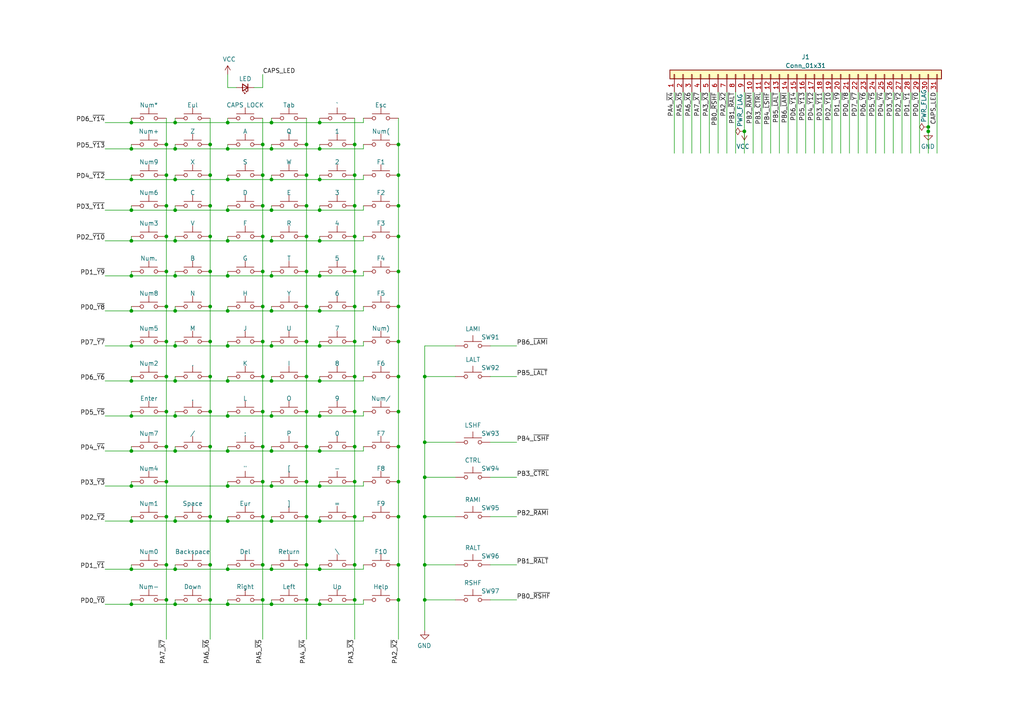
<source format=kicad_sch>
(kicad_sch (version 20231120) (generator "eeschema") (generator_version "8.0")
  (paper "A4")
  (junction (at 66.04 52.07))
  (junction (at 38.1 52.07))
  (junction (at 269.24 38.1))
  (junction (at 92.71 165.1))
  (junction (at 50.8 60.96))
  (junction (at 92.71 52.07))
  (junction (at 92.71 35.56))
  (junction (at 60.96 41.91))
  (junction (at 92.71 43.18))
  (junction (at 48.26 119.38))
  (junction (at 38.1 151.13))
  (junction (at 92.71 130.81))
  (junction (at 66.04 140.97))
  (junction (at 92.71 110.49))
  (junction (at 123.19 163.83))
  (junction (at 92.71 90.17))
  (junction (at 76.2 99.06))
  (junction (at 66.04 100.33))
  (junction (at 88.9 173.99))
  (junction (at 48.26 99.06))
  (junction (at 76.2 59.69))
  (junction (at 115.57 88.9))
  (junction (at 92.71 140.97))
  (junction (at 60.96 59.69))
  (junction (at 92.71 151.13))
  (junction (at 60.96 119.38))
  (junction (at 88.9 41.91))
  (junction (at 78.74 165.1))
  (junction (at 50.8 110.49))
  (junction (at 269.24 36.83))
  (junction (at 66.04 165.1))
  (junction (at 102.87 88.9))
  (junction (at 66.04 110.49))
  (junction (at 88.9 68.58))
  (junction (at 60.96 163.83))
  (junction (at 66.04 80.01))
  (junction (at 60.96 129.54))
  (junction (at 78.74 110.49))
  (junction (at 66.04 35.56))
  (junction (at 88.9 119.38))
  (junction (at 215.9 38.1))
  (junction (at 92.71 80.01))
  (junction (at 123.19 128.27))
  (junction (at 102.87 78.74))
  (junction (at 78.74 175.26))
  (junction (at 60.96 50.8))
  (junction (at 102.87 139.7))
  (junction (at 48.26 173.99))
  (junction (at 50.8 35.56))
  (junction (at 92.71 175.26))
  (junction (at 50.8 52.07))
  (junction (at 66.04 69.85))
  (junction (at 92.71 120.65))
  (junction (at 115.57 149.86))
  (junction (at 88.9 109.22))
  (junction (at 50.8 120.65))
  (junction (at 66.04 151.13))
  (junction (at 115.57 109.22))
  (junction (at 78.74 90.17))
  (junction (at 48.26 163.83))
  (junction (at 76.2 119.38))
  (junction (at 102.87 173.99))
  (junction (at 76.2 129.54))
  (junction (at 88.9 78.74))
  (junction (at 38.1 120.65))
  (junction (at 60.96 99.06))
  (junction (at 78.74 130.81))
  (junction (at 38.1 90.17))
  (junction (at 115.57 41.91))
  (junction (at 78.74 43.18))
  (junction (at 102.87 109.22))
  (junction (at 92.71 60.96))
  (junction (at 92.71 100.33))
  (junction (at 88.9 163.83))
  (junction (at 78.74 52.07))
  (junction (at 88.9 129.54))
  (junction (at 66.04 175.26))
  (junction (at 48.26 139.7))
  (junction (at 50.8 90.17))
  (junction (at 123.19 138.43))
  (junction (at 123.19 173.99))
  (junction (at 88.9 99.06))
  (junction (at 78.74 60.96))
  (junction (at 38.1 175.26))
  (junction (at 50.8 100.33))
  (junction (at 102.87 129.54))
  (junction (at 102.87 41.91))
  (junction (at 102.87 119.38))
  (junction (at 78.74 69.85))
  (junction (at 66.04 120.65))
  (junction (at 38.1 140.97))
  (junction (at 76.2 163.83))
  (junction (at 60.96 173.99))
  (junction (at 48.26 50.8))
  (junction (at 76.2 50.8))
  (junction (at 38.1 100.33))
  (junction (at 76.2 149.86))
  (junction (at 48.26 149.86))
  (junction (at 48.26 109.22))
  (junction (at 38.1 80.01))
  (junction (at 76.2 139.7))
  (junction (at 78.74 120.65))
  (junction (at 50.8 69.85))
  (junction (at 115.57 50.8))
  (junction (at 60.96 68.58))
  (junction (at 66.04 43.18))
  (junction (at 48.26 59.69))
  (junction (at 50.8 151.13))
  (junction (at 92.71 69.85))
  (junction (at 38.1 35.56))
  (junction (at 102.87 50.8))
  (junction (at 48.26 41.91))
  (junction (at 78.74 35.56))
  (junction (at 66.04 130.81))
  (junction (at 60.96 78.74))
  (junction (at 50.8 80.01))
  (junction (at 78.74 140.97))
  (junction (at 76.2 109.22))
  (junction (at 115.57 173.99))
  (junction (at 48.26 88.9))
  (junction (at 88.9 139.7))
  (junction (at 48.26 78.74))
  (junction (at 115.57 78.74))
  (junction (at 66.04 60.96))
  (junction (at 115.57 139.7))
  (junction (at 78.74 151.13))
  (junction (at 102.87 59.69))
  (junction (at 38.1 165.1))
  (junction (at 115.57 68.58))
  (junction (at 88.9 149.86))
  (junction (at 50.8 130.81))
  (junction (at 115.57 59.69))
  (junction (at 102.87 149.86))
  (junction (at 60.96 149.86))
  (junction (at 76.2 41.91))
  (junction (at 102.87 68.58))
  (junction (at 50.8 175.26))
  (junction (at 66.04 90.17))
  (junction (at 38.1 60.96))
  (junction (at 78.74 100.33))
  (junction (at 38.1 69.85))
  (junction (at 102.87 99.06))
  (junction (at 115.57 163.83))
  (junction (at 50.8 165.1))
  (junction (at 88.9 50.8))
  (junction (at 88.9 59.69))
  (junction (at 102.87 163.83))
  (junction (at 76.2 173.99))
  (junction (at 115.57 129.54))
  (junction (at 38.1 43.18))
  (junction (at 115.57 99.06))
  (junction (at 78.74 80.01))
  (junction (at 48.26 129.54))
  (junction (at 115.57 119.38))
  (junction (at 76.2 78.74))
  (junction (at 38.1 130.81))
  (junction (at 76.2 88.9))
  (junction (at 123.19 149.86))
  (junction (at 123.19 109.22))
  (junction (at 50.8 43.18))
  (junction (at 60.96 109.22))
  (junction (at 48.26 68.58))
  (junction (at 60.96 88.9))
  (junction (at 76.2 68.58))
  (junction (at 38.1 110.49))
  (junction (at 88.9 88.9))
  (wire (pts (xy 208.28 26.67) (xy 208.28 44.45)))
  (wire (pts (xy 66.04 173.99) (xy 66.04 175.26)))
  (wire (pts (xy 38.1 90.17) (xy 38.1 88.9)))
  (wire (pts (xy 92.71 50.8) (xy 92.71 52.07)))
  (wire (pts (xy 50.8 68.58) (xy 50.8 69.85)))
  (wire (pts (xy 66.04 100.33) (xy 78.74 100.33)))
  (wire (pts (xy 66.04 130.81) (xy 78.74 130.81)))
  (wire (pts (xy 88.9 99.06) (xy 88.9 109.22)))
  (wire (pts (xy 149.86 149.86) (xy 142.24 149.86)))
  (wire (pts (xy 102.87 119.38) (xy 102.87 129.54)))
  (wire (pts (xy 66.04 52.07) (xy 78.74 52.07)))
  (wire (pts (xy 38.1 43.18) (xy 50.8 43.18)))
  (wire (pts (xy 30.48 100.33) (xy 38.1 100.33)))
  (wire (pts (xy 105.41 52.07) (xy 105.41 50.8)))
  (wire (pts (xy 105.41 90.17) (xy 105.41 88.9)))
  (wire (pts (xy 92.71 119.38) (xy 92.71 120.65)))
  (wire (pts (xy 132.08 149.86) (xy 123.19 149.86)))
  (wire (pts (xy 50.8 99.06) (xy 50.8 100.33)))
  (wire (pts (xy 38.1 110.49) (xy 50.8 110.49)))
  (wire (pts (xy 30.48 120.65) (xy 38.1 120.65)))
  (wire (pts (xy 243.84 26.67) (xy 243.84 44.45)))
  (wire (pts (xy 60.96 109.22) (xy 60.96 119.38)))
  (wire (pts (xy 66.04 109.22) (xy 66.04 110.49)))
  (wire (pts (xy 38.1 43.18) (xy 38.1 41.91)))
  (wire (pts (xy 132.08 173.99) (xy 123.19 173.99)))
  (wire (pts (xy 115.57 109.22) (xy 115.57 119.38)))
  (wire (pts (xy 76.2 129.54) (xy 76.2 139.7)))
  (wire (pts (xy 66.04 68.58) (xy 66.04 69.85)))
  (wire (pts (xy 92.71 90.17) (xy 105.41 90.17)))
  (wire (pts (xy 78.74 140.97) (xy 92.71 140.97)))
  (wire (pts (xy 215.9 26.67) (xy 215.9 38.1)))
  (wire (pts (xy 92.71 35.56) (xy 105.41 35.56)))
  (wire (pts (xy 142.24 100.33) (xy 149.86 100.33)))
  (wire (pts (xy 115.57 78.74) (xy 115.57 88.9)))
  (wire (pts (xy 92.71 139.7) (xy 92.71 140.97)))
  (wire (pts (xy 48.26 59.69) (xy 48.26 68.58)))
  (wire (pts (xy 48.26 88.9) (xy 48.26 99.06)))
  (wire (pts (xy 256.54 26.67) (xy 256.54 44.45)))
  (wire (pts (xy 66.04 80.01) (xy 78.74 80.01)))
  (wire (pts (xy 30.48 69.85) (xy 38.1 69.85)))
  (wire (pts (xy 149.86 163.83) (xy 142.24 163.83)))
  (wire (pts (xy 38.1 69.85) (xy 38.1 68.58)))
  (wire (pts (xy 66.04 129.54) (xy 66.04 130.81)))
  (wire (pts (xy 102.87 50.8) (xy 102.87 59.69)))
  (wire (pts (xy 92.71 99.06) (xy 92.71 100.33)))
  (wire (pts (xy 78.74 163.83) (xy 78.74 165.1)))
  (wire (pts (xy 123.19 109.22) (xy 123.19 128.27)))
  (wire (pts (xy 132.08 109.22) (xy 123.19 109.22)))
  (wire (pts (xy 50.8 35.56) (xy 66.04 35.56)))
  (wire (pts (xy 92.71 69.85) (xy 105.41 69.85)))
  (wire (pts (xy 102.87 149.86) (xy 102.87 163.83)))
  (wire (pts (xy 88.9 149.86) (xy 88.9 163.83)))
  (wire (pts (xy 271.78 26.67) (xy 271.78 44.45)))
  (wire (pts (xy 48.26 129.54) (xy 48.26 139.7)))
  (wire (pts (xy 66.04 41.91) (xy 66.04 43.18)))
  (wire (pts (xy 92.71 78.74) (xy 92.71 80.01)))
  (wire (pts (xy 38.1 35.56) (xy 50.8 35.56)))
  (wire (pts (xy 50.8 52.07) (xy 66.04 52.07)))
  (wire (pts (xy 78.74 50.8) (xy 78.74 52.07)))
  (wire (pts (xy 30.48 80.01) (xy 38.1 80.01)))
  (wire (pts (xy 66.04 34.29) (xy 66.04 35.56)))
  (wire (pts (xy 92.71 173.99) (xy 92.71 175.26)))
  (wire (pts (xy 123.19 128.27) (xy 123.19 138.43)))
  (wire (pts (xy 78.74 80.01) (xy 92.71 80.01)))
  (wire (pts (xy 30.48 60.96) (xy 38.1 60.96)))
  (wire (pts (xy 92.71 100.33) (xy 105.41 100.33)))
  (wire (pts (xy 30.48 151.13) (xy 38.1 151.13)))
  (wire (pts (xy 48.26 68.58) (xy 48.26 78.74)))
  (wire (pts (xy 78.74 119.38) (xy 78.74 120.65)))
  (wire (pts (xy 78.74 60.96) (xy 92.71 60.96)))
  (wire (pts (xy 66.04 165.1) (xy 78.74 165.1)))
  (wire (pts (xy 78.74 151.13) (xy 92.71 151.13)))
  (wire (pts (xy 76.2 119.38) (xy 76.2 129.54)))
  (wire (pts (xy 60.96 50.8) (xy 60.96 59.69)))
  (wire (pts (xy 78.74 100.33) (xy 92.71 100.33)))
  (wire (pts (xy 115.57 34.29) (xy 115.57 41.91)))
  (wire (pts (xy 50.8 60.96) (xy 66.04 60.96)))
  (wire (pts (xy 149.86 138.43) (xy 142.24 138.43)))
  (wire (pts (xy 149.86 109.22) (xy 142.24 109.22)))
  (wire (pts (xy 88.9 149.86) (xy 88.9 139.7)))
  (wire (pts (xy 132.08 100.33) (xy 123.19 100.33)))
  (wire (pts (xy 66.04 163.83) (xy 66.04 165.1)))
  (wire (pts (xy 195.58 26.67) (xy 195.58 44.45)))
  (wire (pts (xy 123.19 173.99) (xy 123.19 182.88)))
  (wire (pts (xy 66.04 69.85) (xy 78.74 69.85)))
  (wire (pts (xy 105.41 80.01) (xy 105.41 78.74)))
  (wire (pts (xy 78.74 165.1) (xy 92.71 165.1)))
  (wire (pts (xy 30.48 175.26) (xy 38.1 175.26)))
  (wire (pts (xy 50.8 151.13) (xy 66.04 151.13)))
  (wire (pts (xy 66.04 99.06) (xy 66.04 100.33)))
  (wire (pts (xy 102.87 139.7) (xy 102.87 149.86)))
  (wire (pts (xy 38.1 130.81) (xy 38.1 129.54)))
  (wire (pts (xy 50.8 149.86) (xy 50.8 151.13)))
  (wire (pts (xy 115.57 68.58) (xy 115.57 78.74)))
  (wire (pts (xy 115.57 139.7) (xy 115.57 149.86)))
  (wire (pts (xy 38.1 140.97) (xy 66.04 140.97)))
  (wire (pts (xy 78.74 130.81) (xy 92.71 130.81)))
  (wire (pts (xy 66.04 139.7) (xy 66.04 140.97)))
  (wire (pts (xy 48.26 149.86) (xy 48.26 163.83)))
  (wire (pts (xy 50.8 109.22) (xy 50.8 110.49)))
  (wire (pts (xy 115.57 59.69) (xy 115.57 68.58)))
  (wire (pts (xy 115.57 41.91) (xy 115.57 50.8)))
  (wire (pts (xy 88.9 88.9) (xy 88.9 99.06)))
  (wire (pts (xy 123.19 163.83) (xy 123.19 173.99)))
  (wire (pts (xy 78.74 149.86) (xy 78.74 151.13)))
  (wire (pts (xy 233.68 26.67) (xy 233.68 44.45)))
  (wire (pts (xy 50.8 129.54) (xy 50.8 130.81)))
  (wire (pts (xy 238.76 26.67) (xy 238.76 44.45)))
  (wire (pts (xy 60.96 41.91) (xy 60.96 50.8)))
  (wire (pts (xy 60.96 163.83) (xy 60.96 173.99)))
  (wire (pts (xy 78.74 129.54) (xy 78.74 130.81)))
  (wire (pts (xy 30.48 35.56) (xy 38.1 35.56)))
  (wire (pts (xy 78.74 41.91) (xy 78.74 43.18)))
  (wire (pts (xy 38.1 100.33) (xy 38.1 99.06)))
  (wire (pts (xy 105.41 43.18) (xy 105.41 41.91)))
  (wire (pts (xy 78.74 110.49) (xy 92.71 110.49)))
  (wire (pts (xy 30.48 90.17) (xy 38.1 90.17)))
  (wire (pts (xy 78.74 90.17) (xy 92.71 90.17)))
  (wire (pts (xy 246.38 26.67) (xy 246.38 44.45)))
  (wire (pts (xy 38.1 80.01) (xy 38.1 78.74)))
  (wire (pts (xy 269.24 26.67) (xy 269.24 36.83)))
  (wire (pts (xy 60.96 173.99) (xy 60.96 185.42)))
  (wire (pts (xy 251.46 26.67) (xy 251.46 44.45)))
  (wire (pts (xy 76.2 25.4) (xy 73.66 25.4)))
  (wire (pts (xy 228.6 26.67) (xy 228.6 44.45)))
  (wire (pts (xy 92.71 175.26) (xy 105.41 175.26)))
  (wire (pts (xy 92.71 43.18) (xy 92.71 41.91)))
  (wire (pts (xy 30.48 43.18) (xy 38.1 43.18)))
  (wire (pts (xy 78.74 175.26) (xy 92.71 175.26)))
  (wire (pts (xy 92.71 165.1) (xy 105.41 165.1)))
  (wire (pts (xy 76.2 99.06) (xy 76.2 109.22)))
  (wire (pts (xy 50.8 43.18) (xy 66.04 43.18)))
  (wire (pts (xy 38.1 60.96) (xy 38.1 59.69)))
  (wire (pts (xy 50.8 35.56) (xy 50.8 34.29)))
  (wire (pts (xy 50.8 165.1) (xy 66.04 165.1)))
  (wire (pts (xy 78.74 59.69) (xy 78.74 60.96)))
  (wire (pts (xy 88.9 78.74) (xy 88.9 88.9)))
  (wire (pts (xy 48.26 173.99) (xy 48.26 185.42)))
  (wire (pts (xy 105.41 60.96) (xy 105.41 59.69)))
  (wire (pts (xy 88.9 173.99) (xy 88.9 163.83)))
  (wire (pts (xy 60.96 119.38) (xy 60.96 129.54)))
  (wire (pts (xy 132.08 163.83) (xy 123.19 163.83)))
  (wire (pts (xy 102.87 68.58) (xy 102.87 78.74)))
  (wire (pts (xy 66.04 43.18) (xy 78.74 43.18)))
  (wire (pts (xy 66.04 151.13) (xy 78.74 151.13)))
  (wire (pts (xy 254 26.67) (xy 254 44.45)))
  (wire (pts (xy 88.9 34.29) (xy 88.9 41.91)))
  (wire (pts (xy 38.1 120.65) (xy 38.1 119.38)))
  (wire (pts (xy 38.1 52.07) (xy 38.1 50.8)))
  (wire (pts (xy 92.71 34.29) (xy 92.71 35.56)))
  (wire (pts (xy 76.2 88.9) (xy 76.2 99.06)))
  (wire (pts (xy 88.9 139.7) (xy 88.9 129.54)))
  (wire (pts (xy 50.8 69.85) (xy 66.04 69.85)))
  (wire (pts (xy 102.87 99.06) (xy 102.87 109.22)))
  (wire (pts (xy 38.1 165.1) (xy 38.1 163.83)))
  (wire (pts (xy 50.8 90.17) (xy 66.04 90.17)))
  (wire (pts (xy 38.1 69.85) (xy 50.8 69.85)))
  (wire (pts (xy 30.48 140.97) (xy 38.1 140.97)))
  (wire (pts (xy 50.8 163.83) (xy 50.8 165.1)))
  (wire (pts (xy 92.71 151.13) (xy 105.41 151.13)))
  (wire (pts (xy 38.1 175.26) (xy 38.1 173.99)))
  (wire (pts (xy 142.24 128.27) (xy 149.86 128.27)))
  (wire (pts (xy 78.74 109.22) (xy 78.74 110.49)))
  (wire (pts (xy 105.41 130.81) (xy 105.41 129.54)))
  (wire (pts (xy 78.74 35.56) (xy 92.71 35.56)))
  (wire (pts (xy 269.24 36.83) (xy 269.24 38.1)))
  (wire (pts (xy 78.74 88.9) (xy 78.74 90.17)))
  (wire (pts (xy 132.08 128.27) (xy 123.19 128.27)))
  (wire (pts (xy 215.9 38.1) (xy 215.9 44.45)))
  (wire (pts (xy 102.87 59.69) (xy 102.87 68.58)))
  (wire (pts (xy 105.41 120.65) (xy 105.41 119.38)))
  (wire (pts (xy 261.62 26.67) (xy 261.62 44.45)))
  (wire (pts (xy 66.04 50.8) (xy 66.04 52.07)))
  (wire (pts (xy 92.71 88.9) (xy 92.71 90.17)))
  (wire (pts (xy 78.74 68.58) (xy 78.74 69.85)))
  (wire (pts (xy 92.71 129.54) (xy 92.71 130.81)))
  (wire (pts (xy 76.2 78.74) (xy 76.2 88.9)))
  (wire (pts (xy 76.2 173.99) (xy 76.2 185.42)))
  (wire (pts (xy 88.9 41.91) (xy 88.9 50.8)))
  (wire (pts (xy 115.57 88.9) (xy 115.57 99.06)))
  (wire (pts (xy 76.2 21.59) (xy 76.2 25.4)))
  (wire (pts (xy 38.1 165.1) (xy 50.8 165.1)))
  (wire (pts (xy 142.24 173.99) (xy 149.86 173.99)))
  (wire (pts (xy 78.74 52.07) (xy 92.71 52.07)))
  (wire (pts (xy 66.04 21.59) (xy 66.04 25.4)))
  (wire (pts (xy 76.2 149.86) (xy 76.2 163.83)))
  (wire (pts (xy 38.1 100.33) (xy 50.8 100.33)))
  (wire (pts (xy 38.1 35.56) (xy 38.1 34.29)))
  (wire (pts (xy 66.04 88.9) (xy 66.04 90.17)))
  (wire (pts (xy 76.2 59.69) (xy 76.2 68.58)))
  (wire (pts (xy 48.26 163.83) (xy 48.26 173.99)))
  (wire (pts (xy 105.41 151.13) (xy 105.41 149.86)))
  (wire (pts (xy 76.2 139.7) (xy 76.2 149.86)))
  (wire (pts (xy 38.1 52.07) (xy 50.8 52.07)))
  (wire (pts (xy 198.12 26.67) (xy 198.12 44.45)))
  (wire (pts (xy 66.04 35.56) (xy 78.74 35.56)))
  (wire (pts (xy 105.41 110.49) (xy 105.41 109.22)))
  (wire (pts (xy 48.26 139.7) (xy 48.26 149.86)))
  (wire (pts (xy 105.41 165.1) (xy 105.41 163.83)))
  (wire (pts (xy 66.04 60.96) (xy 78.74 60.96)))
  (wire (pts (xy 92.71 130.81) (xy 105.41 130.81)))
  (wire (pts (xy 38.1 110.49) (xy 38.1 109.22)))
  (wire (pts (xy 92.71 140.97) (xy 105.41 140.97)))
  (wire (pts (xy 66.04 175.26) (xy 78.74 175.26)))
  (wire (pts (xy 66.04 25.4) (xy 68.58 25.4)))
  (wire (pts (xy 102.87 109.22) (xy 102.87 119.38)))
  (wire (pts (xy 30.48 165.1) (xy 38.1 165.1)))
  (wire (pts (xy 92.71 60.96) (xy 105.41 60.96)))
  (wire (pts (xy 66.04 140.97) (xy 78.74 140.97)))
  (wire (pts (xy 92.71 110.49) (xy 105.41 110.49)))
  (wire (pts (xy 60.96 78.74) (xy 60.96 88.9)))
  (wire (pts (xy 102.87 34.29) (xy 102.87 41.91)))
  (wire (pts (xy 92.71 163.83) (xy 92.71 165.1)))
  (wire (pts (xy 213.36 26.67) (xy 213.36 44.45)))
  (wire (pts (xy 78.74 173.99) (xy 78.74 175.26)))
  (wire (pts (xy 205.74 26.67) (xy 205.74 44.45)))
  (wire (pts (xy 123.19 149.86) (xy 123.19 163.83)))
  (wire (pts (xy 88.9 129.54) (xy 88.9 119.38)))
  (wire (pts (xy 30.48 130.81) (xy 38.1 130.81)))
  (wire (pts (xy 102.87 163.83) (xy 102.87 173.99)))
  (wire (pts (xy 115.57 173.99) (xy 115.57 185.42)))
  (wire (pts (xy 30.48 110.49) (xy 38.1 110.49)))
  (wire (pts (xy 269.24 38.1) (xy 269.24 44.45)))
  (wire (pts (xy 220.98 26.67) (xy 220.98 44.45)))
  (wire (pts (xy 105.41 140.97) (xy 105.41 139.7)))
  (wire (pts (xy 50.8 130.81) (xy 66.04 130.81)))
  (wire (pts (xy 50.8 119.38) (xy 50.8 120.65)))
  (wire (pts (xy 123.19 100.33) (xy 123.19 109.22)))
  (wire (pts (xy 264.16 26.67) (xy 264.16 44.45)))
  (wire (pts (xy 115.57 99.06) (xy 115.57 109.22)))
  (wire (pts (xy 66.04 119.38) (xy 66.04 120.65)))
  (wire (pts (xy 78.74 139.7) (xy 78.74 140.97)))
  (wire (pts (xy 48.26 109.22) (xy 48.26 119.38)))
  (wire (pts (xy 50.8 110.49) (xy 66.04 110.49)))
  (wire (pts (xy 76.2 50.8) (xy 76.2 59.69)))
  (wire (pts (xy 102.87 173.99) (xy 102.87 185.42)))
  (wire (pts (xy 78.74 43.18) (xy 92.71 43.18)))
  (wire (pts (xy 203.2 44.45) (xy 203.2 26.67)))
  (wire (pts (xy 223.52 26.67) (xy 223.52 44.45)))
  (wire (pts (xy 88.9 68.58) (xy 88.9 78.74)))
  (wire (pts (xy 92.71 149.86) (xy 92.71 151.13)))
  (wire (pts (xy 105.41 35.56) (xy 105.41 34.29)))
  (wire (pts (xy 48.26 119.38) (xy 48.26 129.54)))
  (wire (pts (xy 78.74 69.85) (xy 92.71 69.85)))
  (wire (pts (xy 60.96 129.54) (xy 60.96 149.86)))
  (wire (pts (xy 48.26 41.91) (xy 48.26 50.8)))
  (wire (pts (xy 50.8 50.8) (xy 50.8 52.07)))
  (wire (pts (xy 200.66 26.67) (xy 200.66 44.45)))
  (wire (pts (xy 60.96 34.29) (xy 60.96 41.91)))
  (wire (pts (xy 105.41 100.33) (xy 105.41 99.06)))
  (wire (pts (xy 50.8 78.74) (xy 50.8 80.01)))
  (wire (pts (xy 50.8 173.99) (xy 50.8 175.26)))
  (wire (pts (xy 66.04 110.49) (xy 78.74 110.49)))
  (wire (pts (xy 78.74 78.74) (xy 78.74 80.01)))
  (wire (pts (xy 105.41 69.85) (xy 105.41 68.58)))
  (wire (pts (xy 248.92 26.67) (xy 248.92 44.45)))
  (wire (pts (xy 88.9 109.22) (xy 88.9 119.38)))
  (wire (pts (xy 50.8 43.18) (xy 50.8 41.91)))
  (wire (pts (xy 66.04 120.65) (xy 78.74 120.65)))
  (wire (pts (xy 241.3 26.67) (xy 241.3 44.45)))
  (wire (pts (xy 66.04 78.74) (xy 66.04 80.01)))
  (wire (pts (xy 92.71 68.58) (xy 92.71 69.85)))
  (wire (pts (xy 50.8 88.9) (xy 50.8 90.17)))
  (wire (pts (xy 115.57 163.83) (xy 115.57 173.99)))
  (wire (pts (xy 38.1 175.26) (xy 50.8 175.26)))
  (wire (pts (xy 88.9 59.69) (xy 88.9 68.58)))
  (wire (pts (xy 92.71 109.22) (xy 92.71 110.49)))
  (wire (pts (xy 48.26 99.06) (xy 48.26 109.22)))
  (wire (pts (xy 115.57 149.86) (xy 115.57 163.83)))
  (wire (pts (xy 38.1 60.96) (xy 50.8 60.96)))
  (wire (pts (xy 60.96 68.58) (xy 60.96 78.74)))
  (wire (pts (xy 102.87 41.91) (xy 102.87 50.8)))
  (wire (pts (xy 92.71 43.18) (xy 105.41 43.18)))
  (wire (pts (xy 92.71 52.07) (xy 105.41 52.07)))
  (wire (pts (xy 115.57 119.38) (xy 115.57 129.54)))
  (wire (pts (xy 92.71 59.69) (xy 92.71 60.96)))
  (wire (pts (xy 66.04 149.86) (xy 66.04 151.13)))
  (wire (pts (xy 102.87 129.54) (xy 102.87 139.7)))
  (wire (pts (xy 76.2 34.29) (xy 76.2 41.91)))
  (wire (pts (xy 50.8 59.69) (xy 50.8 60.96)))
  (wire (pts (xy 132.08 138.43) (xy 123.19 138.43)))
  (wire (pts (xy 218.44 26.67) (xy 218.44 44.45)))
  (wire (pts (xy 50.8 175.26) (xy 66.04 175.26)))
  (wire (pts (xy 236.22 26.67) (xy 236.22 44.45)))
  (wire (pts (xy 78.74 99.06) (xy 78.74 100.33)))
  (wire (pts (xy 115.57 129.54) (xy 115.57 139.7)))
  (wire (pts (xy 60.96 59.69) (xy 60.96 68.58)))
  (wire (pts (xy 38.1 90.17) (xy 50.8 90.17)))
  (wire (pts (xy 50.8 80.01) (xy 66.04 80.01)))
  (wire (pts (xy 88.9 185.42) (xy 88.9 173.99)))
  (wire (pts (xy 66.04 59.69) (xy 66.04 60.96)))
  (wire (pts (xy 48.26 78.74) (xy 48.26 88.9)))
  (wire (pts (xy 78.74 120.65) (xy 92.71 120.65)))
  (wire (pts (xy 266.7 26.67) (xy 266.7 44.45)))
  (wire (pts (xy 48.26 50.8) (xy 48.26 59.69)))
  (wire (pts (xy 88.9 50.8) (xy 88.9 59.69)))
  (wire (pts (xy 50.8 100.33) (xy 66.04 100.33)))
  (wire (pts (xy 60.96 88.9) (xy 60.96 99.06)))
  (wire (pts (xy 78.74 35.56) (xy 78.74 34.29)))
  (wire (pts (xy 102.87 88.9) (xy 102.87 99.06)))
  (wire (pts (xy 38.1 80.01) (xy 50.8 80.01)))
  (wire (pts (xy 48.26 34.29) (xy 48.26 41.91)))
  (wire (pts (xy 38.1 140.97) (xy 38.1 139.7)))
  (wire (pts (xy 38.1 151.13) (xy 50.8 151.13)))
  (wire (pts (xy 38.1 120.65) (xy 50.8 120.65)))
  (wire (pts (xy 231.14 26.67) (xy 231.14 44.45)))
  (wire (pts (xy 76.2 68.58) (xy 76.2 78.74)))
  (wire (pts (xy 66.04 90.17) (xy 78.74 90.17)))
  (wire (pts (xy 105.41 175.26) (xy 105.41 173.99)))
  (wire (pts (xy 38.1 151.13) (xy 38.1 149.86)))
  (wire (pts (xy 38.1 130.81) (xy 50.8 130.81)))
  (wire (pts (xy 50.8 120.65) (xy 66.04 120.65)))
  (wire (pts (xy 259.08 26.67) (xy 259.08 44.45)))
  (wire (pts (xy 92.71 80.01) (xy 105.41 80.01)))
  (wire (pts (xy 92.71 120.65) (xy 105.41 120.65)))
  (wire (pts (xy 123.19 138.43) (xy 123.19 149.86)))
  (wire (pts (xy 60.96 99.06) (xy 60.96 109.22)))
  (wire (pts (xy 76.2 163.83) (xy 76.2 173.99)))
  (wire (pts (xy 102.87 78.74) (xy 102.87 88.9)))
  (wire (pts (xy 60.96 149.86) (xy 60.96 163.83)))
  (wire (pts (xy 76.2 109.22) (xy 76.2 119.38)))
  (wire (pts (xy 76.2 41.91) (xy 76.2 50.8)))
  (wire (pts (xy 30.48 52.07) (xy 38.1 52.07)))
  (wire (pts (xy 226.06 26.67) (xy 226.06 44.45)))
  (wire (pts (xy 115.57 50.8) (xy 115.57 59.69)))
  (wire (pts (xy 210.82 26.67) (xy 210.82 44.45)))
  (label "PA2_~{X2}" (at 115.57 185.42 270))
  (label "PD3_~{Y11}" (at 30.48 60.96 180))
  (label "PA6_~{X6}" (at 200.66 26.67 270))
  (label "PB6_~{LAMI}" (at 149.86 100.33 0))
  (label "PD6_~{Y6}" (at 251.46 26.67 270))
  (label "PB5_~{LALT}" (at 149.86 109.22 0))
  (label "PA2_~{X2}" (at 210.82 26.67 270))
  (label "PA4_~{X4}" (at 88.9 185.42 270))
  (label "PD0_~{Y0}" (at 266.7 26.67 270))
  (label "PA7_~{X7}" (at 203.2 26.67 270))
  (label "PD6_~{Y14}" (at 231.14 26.67 270))
  (label "PD4_~{Y4}" (at 30.48 130.81 180))
  (label "PB3_~{CTRL}" (at 220.98 26.67 270))
  (label "PD6_~{Y14}" (at 30.48 35.56 180))
  (label "CAPS_LED" (at 76.2 21.59 0))
  (label "PD4_~{Y12}" (at 30.48 52.07 180))
  (label "CAPS_LED" (at 271.78 26.67 270))
  (label "PA5_~{X5}" (at 198.12 26.67 270))
  (label "PA3_~{X3}" (at 102.87 185.42 270))
  (label "PD5_~{Y5}" (at 254 26.67 270))
  (label "PB4_~{LSHF}" (at 223.52 26.67 270))
  (label "PA6_~{X6}" (at 60.96 185.42 270))
  (label "PB1_~{RALT}" (at 213.36 26.67 270))
  (label "PD6_~{Y6}" (at 30.48 110.49 180))
  (label "PD1_~{Y1}" (at 264.16 26.67 270))
  (label "PA5_~{X5}" (at 76.2 185.42 270))
  (label "PD2_~{Y2}" (at 30.48 151.13 180))
  (label "PA7_~{X7}" (at 48.26 185.42 270))
  (label "PD3_~{Y11}" (at 238.76 26.67 270))
  (label "PD5_~{Y13}" (at 30.48 43.18 180))
  (label "PD1_~{Y1}" (at 30.48 165.1 180))
  (label "PB3_~{CTRL}" (at 149.86 138.43 0))
  (label "PB2_~{RAMI}" (at 218.44 26.67 270))
  (label "PD0_~{Y0}" (at 30.48 175.26 180))
  (label "PA3_~{X3}" (at 205.74 26.67 270))
  (label "PB5_~{LALT}" (at 226.06 26.67 270))
  (label "PB6_~{LAMI}" (at 228.6 26.67 270))
  (label "PD1_~{Y9}" (at 243.84 26.67 270))
  (label "PB4_~{LSHF}" (at 149.86 128.27 0))
  (label "PD0_~{Y8}" (at 246.38 26.67 270))
  (label "PD3_~{Y3}" (at 259.08 26.67 270))
  (label "PB0_~{RSHF}" (at 149.86 173.99 0))
  (label "PD7_~{Y7}" (at 30.48 100.33 180))
  (label "PD4_~{Y4}" (at 256.54 26.67 270))
  (label "PD5_~{Y13}" (at 233.68 26.67 270))
  (label "PD2_~{Y2}" (at 261.62 26.67 270))
  (label "PD2_~{Y10}" (at 241.3 26.67 270))
  (label "PB0_~{RSHF}" (at 208.28 26.67 270))
  (label "PB2_~{RAMI}" (at 149.86 149.86 0))
  (label "PB1_~{RALT}" (at 149.86 163.83 0))
  (label "PD1_~{Y9}" (at 30.48 80.01 180))
  (label "PA4_~{X4}" (at 195.58 26.67 270))
  (label "PD2_~{Y10}" (at 30.48 69.85 180))
  (label "PD4_~{Y12}" (at 236.22 26.67 270))
  (label "PD5_~{Y5}" (at 30.48 120.65 180))
  (label "PD3_~{Y3}" (at 30.48 140.97 180))
  (label "PD7_~{Y7}" (at 248.92 26.67 270))
  (label "PD0_~{Y8}" (at 30.48 90.17 180))
  (symbol (lib_id "power:GND") (at 123.19 182.88 0) (mirror y) (unit 1)
    (property "Reference" "#PWR0101" (effects (hide yes)))
    (property "Value" "GND" (at 123.063 187.2742 0))
  )
  (symbol (lib_id "power:VCC") (at 66.04 21.59 0) (unit 1)
    (property "Reference" "#PWR0102" (effects (hide yes)))
    (property "Value" "VCC" (at 66.4718 17.1958 0))
  )
  (symbol (lib_id "Switch:SW_Push") (at 137.16 173.99 0) (mirror y) (unit 1)
    (property "Reference" "SW97" (at 142.24 171.45 0))
    (property "Value" "RSHF" (at 137.16 169.0624 0))
    (property "Footprint" "Amiga A500 Keyboard - Mitsumi A619A and A619B:Amiga_Mitsumi_Key_Pad" (effects (hide yes)))
  )
  (symbol (lib_id "Switch:SW_Push") (at 137.16 163.83 0) (mirror y) (unit 1)
    (property "Reference" "SW96" (at 142.24 161.29 0))
    (property "Value" "RALT" (at 137.16 158.9024 0))
    (property "Footprint" "Amiga A500 Keyboard - Mitsumi A619A and A619B:Amiga_Mitsumi_Key_Pad" (effects (hide yes)))
  )
  (symbol (lib_id "Switch:SW_Push") (at 137.16 149.86 0) (mirror y) (unit 1)
    (property "Reference" "SW95" (at 142.24 147.32 0))
    (property "Value" "RAMI" (at 137.16 144.9324 0))
    (property "Footprint" "Amiga A500 Keyboard - Mitsumi A619A and A619B:Amiga_Mitsumi_Key_Pad" (effects (hide yes)))
  )
  (symbol (lib_id "Switch:SW_Push") (at 137.16 138.43 0) (mirror y) (unit 1)
    (property "Reference" "SW94" (at 142.24 135.89 0))
    (property "Value" "CTRL" (at 137.16 133.5024 0))
    (property "Footprint" "Amiga A500 Keyboard - Mitsumi A619A and A619B:Amiga_Mitsumi_Key_Pad" (effects (hide yes)))
  )
  (symbol (lib_id "Switch:SW_Push") (at 137.16 128.27 0) (mirror y) (unit 1)
    (property "Reference" "SW93" (at 142.24 125.73 0))
    (property "Value" "LSHF" (at 137.16 123.3424 0))
    (property "Footprint" "Amiga A500 Keyboard - Mitsumi A619A and A619B:Amiga_Mitsumi_Key_Pad" (effects (hide yes)))
  )
  (symbol (lib_id "Switch:SW_Push") (at 137.16 109.22 0) (mirror y) (unit 1)
    (property "Reference" "SW92" (at 142.24 106.68 0))
    (property "Value" "LALT" (at 137.16 104.2924 0))
    (property "Footprint" "Amiga A500 Keyboard - Mitsumi A619A and A619B:Amiga_Mitsumi_Key_Pad" (effects (hide yes)))
  )
  (symbol (lib_id "Switch:SW_Push") (at 137.16 100.33 0) (mirror y) (unit 1)
    (property "Reference" "SW91" (at 142.24 97.79 0))
    (property "Value" "LAMI" (at 137.16 95.4024 0))
    (property "Footprint" "Amiga A500 Keyboard - Mitsumi A619A and A619B:Amiga_Mitsumi_Key_Pad" (effects (hide yes)))
  )
  (symbol (lib_id "Switch:SW_Push") (at 43.18 34.29 0) (unit 1)
    (property "Reference" "SW1" (effects (hide yes)))
    (property "Value" "Num*" (at 43.18 30.48 0))
    (property "Footprint" "Amiga A500 Keyboard - Mitsumi A619A and A619B:Amiga_Mitsumi_Key_Pad" (effects (hide yes)))
  )
  (symbol (lib_id "Switch:SW_Push") (at 43.18 41.91 0) (unit 1)
    (property "Reference" "SW2" (effects (hide yes)))
    (property "Value" "Num+" (at 43.18 38.1 0))
    (property "Footprint" "Amiga A500 Keyboard - Mitsumi A619A and A619B:Amiga_Mitsumi_Key_Pad" (effects (hide yes)))
  )
  (symbol (lib_id "Switch:SW_Push") (at 55.88 34.29 0) (unit 1)
    (property "Reference" "SW16" (effects (hide yes)))
    (property "Value" "Eul" (at 55.88 30.48 0))
    (property "Footprint" "Amiga A500 Keyboard - Mitsumi A619A and A619B:Amiga_Mitsumi_Key_Pad" (effects (hide yes)))
  )
  (symbol (lib_id "Switch:SW_Push") (at 43.18 50.8 0) (unit 1)
    (property "Reference" "SW3" (effects (hide yes)))
    (property "Value" "Num9" (at 43.18 46.99 0))
    (property "Footprint" "Amiga A500 Keyboard - Mitsumi A619A and A619B:Amiga_Mitsumi_Key_Pad" (effects (hide yes)))
  )
  (symbol (lib_id "Switch:SW_Push") (at 43.18 59.69 0) (unit 1)
    (property "Reference" "SW4" (effects (hide yes)))
    (property "Value" "Num6" (at 43.18 55.88 0))
    (property "Footprint" "Amiga A500 Keyboard - Mitsumi A619A and A619B:Amiga_Mitsumi_Key_Pad" (effects (hide yes)))
  )
  (symbol (lib_id "Switch:SW_Push") (at 43.18 68.58 0) (unit 1)
    (property "Reference" "SW5" (effects (hide yes)))
    (property "Value" "Num3" (at 43.18 64.77 0))
    (property "Footprint" "Amiga A500 Keyboard - Mitsumi A619A and A619B:Amiga_Mitsumi_Key_Pad" (effects (hide yes)))
  )
  (symbol (lib_id "Switch:SW_Push") (at 43.18 78.74 0) (unit 1)
    (property "Reference" "SW6" (effects (hide yes)))
    (property "Value" "Num." (at 43.18 74.93 0))
    (property "Footprint" "Amiga A500 Keyboard - Mitsumi A619A and A619B:Amiga_Mitsumi_Key_Pad" (effects (hide yes)))
  )
  (symbol (lib_id "Switch:SW_Push") (at 43.18 88.9 0) (unit 1)
    (property "Reference" "SW7" (effects (hide yes)))
    (property "Value" "Num8" (at 43.18 85.09 0))
    (property "Footprint" "Amiga A500 Keyboard - Mitsumi A619A and A619B:Amiga_Mitsumi_Key_Pad" (effects (hide yes)))
  )
  (symbol (lib_id "Switch:SW_Push") (at 43.18 99.06 0) (unit 1)
    (property "Reference" "SW8" (effects (hide yes)))
    (property "Value" "Num5" (at 43.18 95.25 0))
    (property "Footprint" "Amiga A500 Keyboard - Mitsumi A619A and A619B:Amiga_Mitsumi_Key_Pad" (effects (hide yes)))
  )
  (symbol (lib_id "Switch:SW_Push") (at 43.18 109.22 0) (unit 1)
    (property "Reference" "SW9" (effects (hide yes)))
    (property "Value" "Num2" (at 43.18 105.41 0))
    (property "Footprint" "Amiga A500 Keyboard - Mitsumi A619A and A619B:Amiga_Mitsumi_Key_Pad" (effects (hide yes)))
  )
  (symbol (lib_id "Switch:SW_Push") (at 43.18 119.38 0) (unit 1)
    (property "Reference" "SW10" (effects (hide yes)))
    (property "Value" "Enter" (at 43.18 115.57 0))
    (property "Footprint" "Amiga A500 Keyboard - Mitsumi A619A and A619B:Amiga_Mitsumi_Key_Pad" (effects (hide yes)))
  )
  (symbol (lib_id "Switch:SW_Push") (at 43.18 129.54 0) (unit 1)
    (property "Reference" "SW11" (effects (hide yes)))
    (property "Value" "Num7" (at 43.18 125.73 0))
    (property "Footprint" "Amiga A500 Keyboard - Mitsumi A619A and A619B:Amiga_Mitsumi_Key_Pad" (effects (hide yes)))
  )
  (symbol (lib_id "Switch:SW_Push") (at 43.18 139.7 0) (unit 1)
    (property "Reference" "SW12" (effects (hide yes)))
    (property "Value" "Num4" (at 43.18 135.89 0))
    (property "Footprint" "Amiga A500 Keyboard - Mitsumi A619A and A619B:Amiga_Mitsumi_Key_Pad" (effects (hide yes)))
  )
  (symbol (lib_id "Switch:SW_Push") (at 43.18 149.86 0) (unit 1)
    (property "Reference" "SW13" (effects (hide yes)))
    (property "Value" "Num1" (at 43.18 146.05 0))
    (property "Footprint" "Amiga A500 Keyboard - Mitsumi A619A and A619B:Amiga_Mitsumi_Key_Pad" (effects (hide yes)))
  )
  (symbol (lib_id "Switch:SW_Push") (at 43.18 163.83 0) (unit 1)
    (property "Reference" "SW14" (effects (hide yes)))
    (property "Value" "Num0" (at 43.18 160.02 0))
    (property "Footprint" "Amiga A500 Keyboard - Mitsumi A619A and A619B:Amiga_Mitsumi_Key_Pad" (effects (hide yes)))
  )
  (symbol (lib_id "Switch:SW_Push") (at 43.18 173.99 0) (unit 1)
    (property "Reference" "SW15" (effects (hide yes)))
    (property "Value" "Num-" (at 43.18 170.18 0))
    (property "Footprint" "Amiga A500 Keyboard - Mitsumi A619A and A619B:Amiga_Mitsumi_Key_Pad" (effects (hide yes)))
  )
  (symbol (lib_id "Switch:SW_Push") (at 71.12 34.29 0) (unit 1)
    (property "Reference" "SW30" (effects (hide yes)))
    (property "Value" "CAPS LOCK" (at 71.12 30.48 0))
    (property "Footprint" "Amiga A500 Keyboard - Mitsumi A619A and A619B:Amiga_Mitsumi_Key_Pad" (effects (hide yes)))
  )
  (symbol (lib_id "Switch:SW_Push") (at 83.82 34.29 0) (unit 1)
    (property "Reference" "SW45" (effects (hide yes)))
    (property "Value" "Tab" (at 83.82 30.48 0))
    (property "Footprint" "Amiga A500 Keyboard - Mitsumi A619A and A619B:Amiga_Mitsumi_Key_Pad" (effects (hide yes)))
  )
  (symbol (lib_id "Switch:SW_Push") (at 55.88 41.91 0) (unit 1)
    (property "Reference" "SW17" (effects (hide yes)))
    (property "Value" "Z" (at 55.88 38.1 0))
    (property "Footprint" "Amiga A500 Keyboard - Mitsumi A619A and A619B:Amiga_Mitsumi_Key_Pad" (effects (hide yes)))
  )
  (symbol (lib_id "Switch:SW_Push") (at 97.79 34.29 0) (unit 1)
    (property "Reference" "SW60" (effects (hide yes)))
    (property "Value" "`" (at 97.79 30.48 0))
    (property "Footprint" "Amiga A500 Keyboard - Mitsumi A619A and A619B:Amiga_Mitsumi_Key_Pad" (effects (hide yes)))
  )
  (symbol (lib_id "Switch:SW_Push") (at 110.49 34.29 0) (unit 1)
    (property "Reference" "SW75" (effects (hide yes)))
    (property "Value" "Esc" (at 110.49 30.48 0))
    (property "Footprint" "Amiga A500 Keyboard - Mitsumi A619A and A619B:Amiga_Mitsumi_Key_Pad" (effects (hide yes)))
  )
  (symbol (lib_id "Switch:SW_Push") (at 71.12 41.91 0) (unit 1)
    (property "Reference" "SW31" (effects (hide yes)))
    (property "Value" "A" (at 71.12 38.1 0))
    (property "Footprint" "Amiga A500 Keyboard - Mitsumi A619A and A619B:Amiga_Mitsumi_Key_Pad" (effects (hide yes)))
  )
  (symbol (lib_id "Switch:SW_Push") (at 83.82 41.91 0) (unit 1)
    (property "Reference" "SW46" (effects (hide yes)))
    (property "Value" "Q" (at 83.82 38.1 0))
    (property "Footprint" "Amiga A500 Keyboard - Mitsumi A619A and A619B:Amiga_Mitsumi_Key_Pad" (effects (hide yes)))
  )
  (symbol (lib_id "Switch:SW_Push") (at 97.79 41.91 0) (unit 1)
    (property "Reference" "SW61" (effects (hide yes)))
    (property "Value" "1" (at 97.79 38.1 0))
    (property "Footprint" "Amiga A500 Keyboard - Mitsumi A619A and A619B:Amiga_Mitsumi_Key_Pad" (effects (hide yes)))
  )
  (symbol (lib_id "Switch:SW_Push") (at 110.49 41.91 0) (unit 1)
    (property "Reference" "SW76" (effects (hide yes)))
    (property "Value" "Num(" (at 110.49 38.1 0))
    (property "Footprint" "Amiga A500 Keyboard - Mitsumi A619A and A619B:Amiga_Mitsumi_Key_Pad" (effects (hide yes)))
  )
  (symbol (lib_id "Switch:SW_Push") (at 55.88 50.8 0) (unit 1)
    (property "Reference" "SW18" (effects (hide yes)))
    (property "Value" "X" (at 55.88 46.99 0))
    (property "Footprint" "Amiga A500 Keyboard - Mitsumi A619A and A619B:Amiga_Mitsumi_Key_Pad" (effects (hide yes)))
  )
  (symbol (lib_id "Switch:SW_Push") (at 71.12 50.8 0) (unit 1)
    (property "Reference" "SW32" (effects (hide yes)))
    (property "Value" "S" (at 71.12 46.99 0))
    (property "Footprint" "Amiga A500 Keyboard - Mitsumi A619A and A619B:Amiga_Mitsumi_Key_Pad" (effects (hide yes)))
  )
  (symbol (lib_id "Switch:SW_Push") (at 83.82 50.8 0) (unit 1)
    (property "Reference" "SW47" (effects (hide yes)))
    (property "Value" "W" (at 83.82 46.99 0))
    (property "Footprint" "Amiga A500 Keyboard - Mitsumi A619A and A619B:Amiga_Mitsumi_Key_Pad" (effects (hide yes)))
  )
  (symbol (lib_id "Switch:SW_Push") (at 97.79 50.8 0) (unit 1)
    (property "Reference" "SW62" (effects (hide yes)))
    (property "Value" "2" (at 97.79 46.99 0))
    (property "Footprint" "Amiga A500 Keyboard - Mitsumi A619A and A619B:Amiga_Mitsumi_Key_Pad" (effects (hide yes)))
  )
  (symbol (lib_id "Switch:SW_Push") (at 110.49 50.8 0) (unit 1)
    (property "Reference" "SW77" (effects (hide yes)))
    (property "Value" "F1" (at 110.49 46.99 0))
    (property "Footprint" "Amiga A500 Keyboard - Mitsumi A619A and A619B:Amiga_Mitsumi_Key_Pad" (effects (hide yes)))
  )
  (symbol (lib_id "Switch:SW_Push") (at 55.88 59.69 0) (unit 1)
    (property "Reference" "SW19" (effects (hide yes)))
    (property "Value" "C" (at 55.88 55.88 0))
    (property "Footprint" "Amiga A500 Keyboard - Mitsumi A619A and A619B:Amiga_Mitsumi_Key_Pad" (effects (hide yes)))
  )
  (symbol (lib_id "Switch:SW_Push") (at 55.88 68.58 0) (unit 1)
    (property "Reference" "SW20" (effects (hide yes)))
    (property "Value" "V" (at 55.88 64.77 0))
    (property "Footprint" "Amiga A500 Keyboard - Mitsumi A619A and A619B:Amiga_Mitsumi_Key_Pad" (effects (hide yes)))
  )
  (symbol (lib_id "Switch:SW_Push") (at 55.88 78.74 0) (unit 1)
    (property "Reference" "SW21" (effects (hide yes)))
    (property "Value" "B" (at 55.88 74.93 0))
    (property "Footprint" "Amiga A500 Keyboard - Mitsumi A619A and A619B:Amiga_Mitsumi_Key_Pad" (effects (hide yes)))
  )
  (symbol (lib_id "Switch:SW_Push") (at 55.88 88.9 0) (unit 1)
    (property "Reference" "SW22" (effects (hide yes)))
    (property "Value" "N" (at 55.88 85.09 0))
    (property "Footprint" "Amiga A500 Keyboard - Mitsumi A619A and A619B:Amiga_Mitsumi_Key_Pad" (effects (hide yes)))
  )
  (symbol (lib_id "Switch:SW_Push") (at 55.88 99.06 0) (unit 1)
    (property "Reference" "SW23" (effects (hide yes)))
    (property "Value" "M" (at 55.88 95.25 0))
    (property "Footprint" "Amiga A500 Keyboard - Mitsumi A619A and A619B:Amiga_Mitsumi_Key_Pad" (effects (hide yes)))
  )
  (symbol (lib_id "Switch:SW_Push") (at 55.88 109.22 0) (unit 1)
    (property "Reference" "SW24" (effects (hide yes)))
    (property "Value" "," (at 55.88 105.41 0))
    (property "Footprint" "Amiga A500 Keyboard - Mitsumi A619A and A619B:Amiga_Mitsumi_Key_Pad" (effects (hide yes)))
  )
  (symbol (lib_id "Switch:SW_Push") (at 55.88 119.38 0) (unit 1)
    (property "Reference" "SW25" (effects (hide yes)))
    (property "Value" "." (at 55.88 115.57 0))
    (property "Footprint" "Amiga A500 Keyboard - Mitsumi A619A and A619B:Amiga_Mitsumi_Key_Pad" (effects (hide yes)))
  )
  (symbol (lib_id "Switch:SW_Push") (at 55.88 129.54 0) (unit 1)
    (property "Reference" "SW26" (effects (hide yes)))
    (property "Value" "/" (at 55.88 125.73 0))
    (property "Footprint" "Amiga A500 Keyboard - Mitsumi A619A and A619B:Amiga_Mitsumi_Key_Pad" (effects (hide yes)))
  )
  (symbol (lib_id "Switch:SW_Push") (at 55.88 149.86 0) (unit 1)
    (property "Reference" "SW27" (effects (hide yes)))
    (property "Value" "Space" (at 55.88 146.05 0))
    (property "Footprint" "Amiga A500 Keyboard - Mitsumi A619A and A619B:Amiga_Mitsumi_Key_Pad" (effects (hide yes)))
  )
  (symbol (lib_id "Switch:SW_Push") (at 55.88 163.83 0) (unit 1)
    (property "Reference" "SW28" (effects (hide yes)))
    (property "Value" "Backspace" (at 55.88 160.02 0))
    (property "Footprint" "Amiga A500 Keyboard - Mitsumi A619A and A619B:Amiga_Mitsumi_Key_Pad" (effects (hide yes)))
  )
  (symbol (lib_id "Switch:SW_Push") (at 55.88 173.99 0) (unit 1)
    (property "Reference" "SW29" (effects (hide yes)))
    (property "Value" "Down" (at 55.88 170.18 0))
    (property "Footprint" "Amiga A500 Keyboard - Mitsumi A619A and A619B:Amiga_Mitsumi_Key_Pad" (effects (hide yes)))
  )
  (symbol (lib_id "Switch:SW_Push") (at 71.12 59.69 0) (unit 1)
    (property "Reference" "SW33" (effects (hide yes)))
    (property "Value" "D" (at 71.12 55.88 0))
    (property "Footprint" "Amiga A500 Keyboard - Mitsumi A619A and A619B:Amiga_Mitsumi_Key_Pad" (effects (hide yes)))
  )
  (symbol (lib_id "Switch:SW_Push") (at 71.12 68.58 0) (unit 1)
    (property "Reference" "SW34" (effects (hide yes)))
    (property "Value" "F" (at 71.12 64.77 0))
    (property "Footprint" "Amiga A500 Keyboard - Mitsumi A619A and A619B:Amiga_Mitsumi_Key_Pad" (effects (hide yes)))
  )
  (symbol (lib_id "Switch:SW_Push") (at 71.12 78.74 0) (unit 1)
    (property "Reference" "SW35" (effects (hide yes)))
    (property "Value" "G" (at 71.12 74.93 0))
    (property "Footprint" "Amiga A500 Keyboard - Mitsumi A619A and A619B:Amiga_Mitsumi_Key_Pad" (effects (hide yes)))
  )
  (symbol (lib_id "Switch:SW_Push") (at 71.12 88.9 0) (unit 1)
    (property "Reference" "SW36" (effects (hide yes)))
    (property "Value" "H" (at 71.12 85.09 0))
    (property "Footprint" "Amiga A500 Keyboard - Mitsumi A619A and A619B:Amiga_Mitsumi_Key_Pad" (effects (hide yes)))
  )
  (symbol (lib_id "Switch:SW_Push") (at 71.12 99.06 0) (unit 1)
    (property "Reference" "SW37" (effects (hide yes)))
    (property "Value" "J" (at 71.12 95.25 0))
    (property "Footprint" "Amiga A500 Keyboard - Mitsumi A619A and A619B:Amiga_Mitsumi_Key_Pad" (effects (hide yes)))
  )
  (symbol (lib_id "Switch:SW_Push") (at 71.12 109.22 0) (unit 1)
    (property "Reference" "SW38" (effects (hide yes)))
    (property "Value" "K" (at 71.12 105.41 0))
    (property "Footprint" "Amiga A500 Keyboard - Mitsumi A619A and A619B:Amiga_Mitsumi_Key_Pad" (effects (hide yes)))
  )
  (symbol (lib_id "Switch:SW_Push") (at 71.12 119.38 0) (unit 1)
    (property "Reference" "SW39" (effects (hide yes)))
    (property "Value" "L" (at 71.12 115.57 0))
    (property "Footprint" "Amiga A500 Keyboard - Mitsumi A619A and A619B:Amiga_Mitsumi_Key_Pad" (effects (hide yes)))
  )
  (symbol (lib_id "Switch:SW_Push") (at 71.12 129.54 0) (unit 1)
    (property "Reference" "SW40" (effects (hide yes)))
    (property "Value" ";" (at 71.12 125.73 0))
    (property "Footprint" "Amiga A500 Keyboard - Mitsumi A619A and A619B:Amiga_Mitsumi_Key_Pad" (effects (hide yes)))
  )
  (symbol (lib_id "Switch:SW_Push") (at 71.12 139.7 0) (unit 1)
    (property "Reference" "SW41" (effects (hide yes)))
    (property "Value" "\"" (at 71.12 135.89 0))
    (property "Footprint" "Amiga A500 Keyboard - Mitsumi A619A and A619B:Amiga_Mitsumi_Key_Pad" (effects (hide yes)))
  )
  (symbol (lib_id "Switch:SW_Push") (at 71.12 149.86 0) (unit 1)
    (property "Reference" "SW42" (effects (hide yes)))
    (property "Value" "Eur" (at 71.12 146.05 0))
    (property "Footprint" "Amiga A500 Keyboard - Mitsumi A619A and A619B:Amiga_Mitsumi_Key_Pad" (effects (hide yes)))
  )
  (symbol (lib_id "Switch:SW_Push") (at 71.12 163.83 0) (unit 1)
    (property "Reference" "SW43" (effects (hide yes)))
    (property "Value" "Del" (at 71.12 160.02 0))
    (property "Footprint" "Amiga A500 Keyboard - Mitsumi A619A and A619B:Amiga_Mitsumi_Key_Pad" (effects (hide yes)))
  )
  (symbol (lib_id "Switch:SW_Push") (at 71.12 173.99 0) (unit 1)
    (property "Reference" "SW44" (effects (hide yes)))
    (property "Value" "Right" (at 71.12 170.18 0))
    (property "Footprint" "Amiga A500 Keyboard - Mitsumi A619A and A619B:Amiga_Mitsumi_Key_Pad" (effects (hide yes)))
  )
  (symbol (lib_id "Switch:SW_Push") (at 83.82 173.99 0) (unit 1)
    (property "Reference" "SW59" (effects (hide yes)))
    (property "Value" "Left" (at 83.82 170.18 0))
    (property "Footprint" "Amiga A500 Keyboard - Mitsumi A619A and A619B:Amiga_Mitsumi_Key_Pad" (effects (hide yes)))
  )
  (symbol (lib_id "Switch:SW_Push") (at 83.82 163.83 0) (unit 1)
    (property "Reference" "SW58" (effects (hide yes)))
    (property "Value" "Return" (at 83.82 160.02 0))
    (property "Footprint" "Amiga A500 Keyboard - Mitsumi A619A and A619B:Amiga_Mitsumi_Key_Pad" (effects (hide yes)))
  )
  (symbol (lib_id "Switch:SW_Push") (at 83.82 149.86 0) (unit 1)
    (property "Reference" "SW57" (effects (hide yes)))
    (property "Value" "]" (at 83.82 146.05 0))
    (property "Footprint" "Amiga A500 Keyboard - Mitsumi A619A and A619B:Amiga_Mitsumi_Key_Pad" (effects (hide yes)))
  )
  (symbol (lib_id "Switch:SW_Push") (at 83.82 139.7 0) (unit 1)
    (property "Reference" "SW56" (effects (hide yes)))
    (property "Value" "[" (at 83.82 135.89 0))
    (property "Footprint" "Amiga A500 Keyboard - Mitsumi A619A and A619B:Amiga_Mitsumi_Key_Pad" (effects (hide yes)))
  )
  (symbol (lib_id "Switch:SW_Push") (at 83.82 129.54 0) (unit 1)
    (property "Reference" "SW55" (effects (hide yes)))
    (property "Value" "P" (at 83.82 125.73 0))
    (property "Footprint" "Amiga A500 Keyboard - Mitsumi A619A and A619B:Amiga_Mitsumi_Key_Pad" (effects (hide yes)))
  )
  (symbol (lib_id "Switch:SW_Push") (at 83.82 119.38 0) (unit 1)
    (property "Reference" "SW54" (effects (hide yes)))
    (property "Value" "O" (at 83.82 115.57 0))
    (property "Footprint" "Amiga A500 Keyboard - Mitsumi A619A and A619B:Amiga_Mitsumi_Key_Pad" (effects (hide yes)))
  )
  (symbol (lib_id "Switch:SW_Push") (at 83.82 109.22 0) (unit 1)
    (property "Reference" "SW53" (effects (hide yes)))
    (property "Value" "I" (at 83.82 105.41 0))
    (property "Footprint" "Amiga A500 Keyboard - Mitsumi A619A and A619B:Amiga_Mitsumi_Key_Pad" (effects (hide yes)))
  )
  (symbol (lib_id "Switch:SW_Push") (at 83.82 99.06 0) (unit 1)
    (property "Reference" "SW52" (effects (hide yes)))
    (property "Value" "U" (at 83.82 95.25 0))
    (property "Footprint" "Amiga A500 Keyboard - Mitsumi A619A and A619B:Amiga_Mitsumi_Key_Pad" (effects (hide yes)))
  )
  (symbol (lib_id "Switch:SW_Push") (at 83.82 88.9 0) (unit 1)
    (property "Reference" "SW51" (effects (hide yes)))
    (property "Value" "Y" (at 83.82 85.09 0))
    (property "Footprint" "Amiga A500 Keyboard - Mitsumi A619A and A619B:Amiga_Mitsumi_Key_Pad" (effects (hide yes)))
  )
  (symbol (lib_id "Switch:SW_Push") (at 83.82 78.74 0) (unit 1)
    (property "Reference" "SW50" (effects (hide yes)))
    (property "Value" "T" (at 83.82 74.93 0))
    (property "Footprint" "Amiga A500 Keyboard - Mitsumi A619A and A619B:Amiga_Mitsumi_Key_Pad" (effects (hide yes)))
  )
  (symbol (lib_id "Switch:SW_Push") (at 83.82 68.58 0) (unit 1)
    (property "Reference" "SW49" (effects (hide yes)))
    (property "Value" "R" (at 83.82 64.77 0))
    (property "Footprint" "Amiga A500 Keyboard - Mitsumi A619A and A619B:Amiga_Mitsumi_Key_Pad" (effects (hide yes)))
  )
  (symbol (lib_id "Switch:SW_Push") (at 83.82 59.69 0) (unit 1)
    (property "Reference" "SW48" (effects (hide yes)))
    (property "Value" "E" (at 83.82 55.88 0))
    (property "Footprint" "Amiga A500 Keyboard - Mitsumi A619A and A619B:Amiga_Mitsumi_Key_Pad" (effects (hide yes)))
  )
  (symbol (lib_id "Switch:SW_Push") (at 97.79 59.69 0) (unit 1)
    (property "Reference" "SW63" (effects (hide yes)))
    (property "Value" "3" (at 97.79 55.88 0))
    (property "Footprint" "Amiga A500 Keyboard - Mitsumi A619A and A619B:Amiga_Mitsumi_Key_Pad" (effects (hide yes)))
  )
  (symbol (lib_id "Switch:SW_Push") (at 97.79 68.58 0) (unit 1)
    (property "Reference" "SW64" (effects (hide yes)))
    (property "Value" "4" (at 97.79 64.77 0))
    (property "Footprint" "Amiga A500 Keyboard - Mitsumi A619A and A619B:Amiga_Mitsumi_Key_Pad" (effects (hide yes)))
  )
  (symbol (lib_id "Switch:SW_Push") (at 97.79 78.74 0) (unit 1)
    (property "Reference" "SW65" (effects (hide yes)))
    (property "Value" "5" (at 97.79 74.93 0))
    (property "Footprint" "Amiga A500 Keyboard - Mitsumi A619A and A619B:Amiga_Mitsumi_Key_Pad" (effects (hide yes)))
  )
  (symbol (lib_id "Switch:SW_Push") (at 97.79 88.9 0) (unit 1)
    (property "Reference" "SW66" (effects (hide yes)))
    (property "Value" "6" (at 97.79 85.09 0))
    (property "Footprint" "Amiga A500 Keyboard - Mitsumi A619A and A619B:Amiga_Mitsumi_Key_Pad" (effects (hide yes)))
  )
  (symbol (lib_id "Switch:SW_Push") (at 97.79 99.06 0) (unit 1)
    (property "Reference" "SW67" (effects (hide yes)))
    (property "Value" "7" (at 97.79 95.25 0))
    (property "Footprint" "Amiga A500 Keyboard - Mitsumi A619A and A619B:Amiga_Mitsumi_Key_Pad" (effects (hide yes)))
  )
  (symbol (lib_id "Switch:SW_Push") (at 97.79 109.22 0) (unit 1)
    (property "Reference" "SW68" (effects (hide yes)))
    (property "Value" "8" (at 97.79 105.41 0))
    (property "Footprint" "Amiga A500 Keyboard - Mitsumi A619A and A619B:Amiga_Mitsumi_Key_Pad" (effects (hide yes)))
  )
  (symbol (lib_id "Switch:SW_Push") (at 97.79 119.38 0) (unit 1)
    (property "Reference" "SW69" (effects (hide yes)))
    (property "Value" "9" (at 97.79 115.57 0))
    (property "Footprint" "Amiga A500 Keyboard - Mitsumi A619A and A619B:Amiga_Mitsumi_Key_Pad" (effects (hide yes)))
  )
  (symbol (lib_id "Switch:SW_Push") (at 97.79 129.54 0) (unit 1)
    (property "Reference" "SW70" (effects (hide yes)))
    (property "Value" "0" (at 97.79 125.73 0))
    (property "Footprint" "Amiga A500 Keyboard - Mitsumi A619A and A619B:Amiga_Mitsumi_Key_Pad" (effects (hide yes)))
  )
  (symbol (lib_id "Switch:SW_Push") (at 97.79 139.7 0) (unit 1)
    (property "Reference" "SW71" (effects (hide yes)))
    (property "Value" "-" (at 97.79 135.89 0))
    (property "Footprint" "Amiga A500 Keyboard - Mitsumi A619A and A619B:Amiga_Mitsumi_Key_Pad" (effects (hide yes)))
  )
  (symbol (lib_id "Switch:SW_Push") (at 97.79 149.86 0) (unit 1)
    (property "Reference" "SW72" (effects (hide yes)))
    (property "Value" "=" (at 97.79 146.05 0))
    (property "Footprint" "Amiga A500 Keyboard - Mitsumi A619A and A619B:Amiga_Mitsumi_Key_Pad" (effects (hide yes)))
  )
  (symbol (lib_id "Switch:SW_Push") (at 97.79 163.83 0) (unit 1)
    (property "Reference" "SW73" (effects (hide yes)))
    (property "Value" "\\" (at 97.79 160.02 0))
    (property "Footprint" "Amiga A500 Keyboard - Mitsumi A619A and A619B:Amiga_Mitsumi_Key_Pad" (effects (hide yes)))
  )
  (symbol (lib_id "Switch:SW_Push") (at 97.79 173.99 0) (unit 1)
    (property "Reference" "SW74" (effects (hide yes)))
    (property "Value" "Up" (at 97.79 170.18 0))
    (property "Footprint" "Amiga A500 Keyboard - Mitsumi A619A and A619B:Amiga_Mitsumi_Key_Pad" (effects (hide yes)))
  )
  (symbol (lib_id "Switch:SW_Push") (at 110.49 173.99 0) (unit 1)
    (property "Reference" "SW89" (effects (hide yes)))
    (property "Value" "Help" (at 110.49 170.18 0))
    (property "Footprint" "Amiga A500 Keyboard - Mitsumi A619A and A619B:Amiga_Mitsumi_Key_Pad" (effects (hide yes)))
  )
  (symbol (lib_id "Switch:SW_Push") (at 110.49 163.83 0) (unit 1)
    (property "Reference" "SW88" (effects (hide yes)))
    (property "Value" "F10" (at 110.49 160.02 0))
    (property "Footprint" "Amiga A500 Keyboard - Mitsumi A619A and A619B:Amiga_Mitsumi_Key_Pad" (effects (hide yes)))
  )
  (symbol (lib_id "Switch:SW_Push") (at 110.49 149.86 0) (unit 1)
    (property "Reference" "SW87" (effects (hide yes)))
    (property "Value" "F9" (at 110.49 146.05 0))
    (property "Footprint" "Amiga A500 Keyboard - Mitsumi A619A and A619B:Amiga_Mitsumi_Key_Pad" (effects (hide yes)))
  )
  (symbol (lib_id "Switch:SW_Push") (at 110.49 139.7 0) (unit 1)
    (property "Reference" "SW86" (effects (hide yes)))
    (property "Value" "F8" (at 110.49 135.89 0))
    (property "Footprint" "Amiga A500 Keyboard - Mitsumi A619A and A619B:Amiga_Mitsumi_Key_Pad" (effects (hide yes)))
  )
  (symbol (lib_id "Switch:SW_Push") (at 110.49 129.54 0) (unit 1)
    (property "Reference" "SW85" (effects (hide yes)))
    (property "Value" "F7" (at 110.49 125.73 0))
    (property "Footprint" "Amiga A500 Keyboard - Mitsumi A619A and A619B:Amiga_Mitsumi_Key_Pad" (effects (hide yes)))
  )
  (symbol (lib_id "Switch:SW_Push") (at 110.49 119.38 0) (unit 1)
    (property "Reference" "SW84" (effects (hide yes)))
    (property "Value" "Num/" (at 110.49 115.57 0))
    (property "Footprint" "Amiga A500 Keyboard - Mitsumi A619A and A619B:Amiga_Mitsumi_Key_Pad" (effects (hide yes)))
  )
  (symbol (lib_id "Switch:SW_Push") (at 110.49 109.22 0) (unit 1)
    (property "Reference" "SW83" (effects (hide yes)))
    (property "Value" "F6" (at 110.49 105.41 0))
    (property "Footprint" "Amiga A500 Keyboard - Mitsumi A619A and A619B:Amiga_Mitsumi_Key_Pad" (effects (hide yes)))
  )
  (symbol (lib_id "Switch:SW_Push") (at 110.49 99.06 0) (unit 1)
    (property "Reference" "SW82" (effects (hide yes)))
    (property "Value" "Num)" (at 110.49 95.25 0))
    (property "Footprint" "Amiga A500 Keyboard - Mitsumi A619A and A619B:Amiga_Mitsumi_Key_Pad" (effects (hide yes)))
  )
  (symbol (lib_id "Switch:SW_Push") (at 110.49 88.9 0) (unit 1)
    (property "Reference" "SW81" (effects (hide yes)))
    (property "Value" "F5" (at 110.49 85.09 0))
    (property "Footprint" "Amiga A500 Keyboard - Mitsumi A619A and A619B:Amiga_Mitsumi_Key_Pad" (effects (hide yes)))
  )
  (symbol (lib_id "Switch:SW_Push") (at 110.49 78.74 0) (unit 1)
    (property "Reference" "SW80" (effects (hide yes)))
    (property "Value" "F4" (at 110.49 74.93 0))
    (property "Footprint" "Amiga A500 Keyboard - Mitsumi A619A and A619B:Amiga_Mitsumi_Key_Pad" (effects (hide yes)))
  )
  (symbol (lib_id "Switch:SW_Push") (at 110.49 68.58 0) (unit 1)
    (property "Reference" "SW79" (effects (hide yes)))
    (property "Value" "F3" (at 110.49 64.77 0))
    (property "Footprint" "Amiga A500 Keyboard - Mitsumi A619A and A619B:Amiga_Mitsumi_Key_Pad" (effects (hide yes)))
  )
  (symbol (lib_id "Switch:SW_Push") (at 110.49 59.69 0) (unit 1)
    (property "Reference" "SW78" (effects (hide yes)))
    (property "Value" "F2" (at 110.49 55.88 0))
    (property "Footprint" "Amiga A500 Keyboard - Mitsumi A619A and A619B:Amiga_Mitsumi_Key_Pad" (effects (hide yes)))
  )
  (symbol (lib_id "Device:LED_Small") (at 71.12 25.4 180) (unit 1)
    (property "Reference" "LED1" (effects (hide yes)))
    (property "Value" "LED" (at 71.12 22.86 0))
    (property "Footprint" "Amiga A500 Keyboard - Mitsumi A619A and A619B:Amiga_Mitsumi_LED_Pad" (effects (hide yes)))
  )
  (symbol (lib_id "power:GND") (at 269.24 38.1 0) (mirror y) (unit 1)
    (property "Reference" "#PWR02" (effects (hide yes)))
    (property "Value" "GND" (at 269.113 42.4942 0))
  )
  (symbol (lib_id "power:PWR_FLAG") (at 269.24 36.83 90) (unit 1)
    (property "Reference" "#FLG02" (effects (hide yes)))
    (property "Value" "PWR_FLAG" (at 267.97 35.56 0) (effects (justify left)))
  )
  (symbol (lib_id "power:PWR_FLAG") (at 215.9 38.1 90) (unit 1)
    (property "Reference" "#FLG01" (effects (hide yes)))
    (property "Value" "PWR_FLAG" (at 214.63 36.83 0) (effects (justify left)))
  )
  (symbol (lib_id "power:VCC") (at 215.9 38.1 180) (unit 1)
    (property "Reference" "#PWR01" (effects (hide yes)))
    (property "Value" "VCC" (at 215.4682 42.4942 0))
  )
  (symbol (lib_id "Connector_Generic:Conn_01x31") (at 233.68 21.59 90) (unit 1)
    (property "Reference" "J1" (at 233.68 16.51 90))
    (property "Value" "Conn_01x31" (at 233.68 19.05 90))
    (property "Footprint" "Amiga A500 Keyboard - Mitsumi A619A and A619B:A500 Mitsumi Keyboard Edge Connector" (effects (hide yes)))
  )
)
</source>
